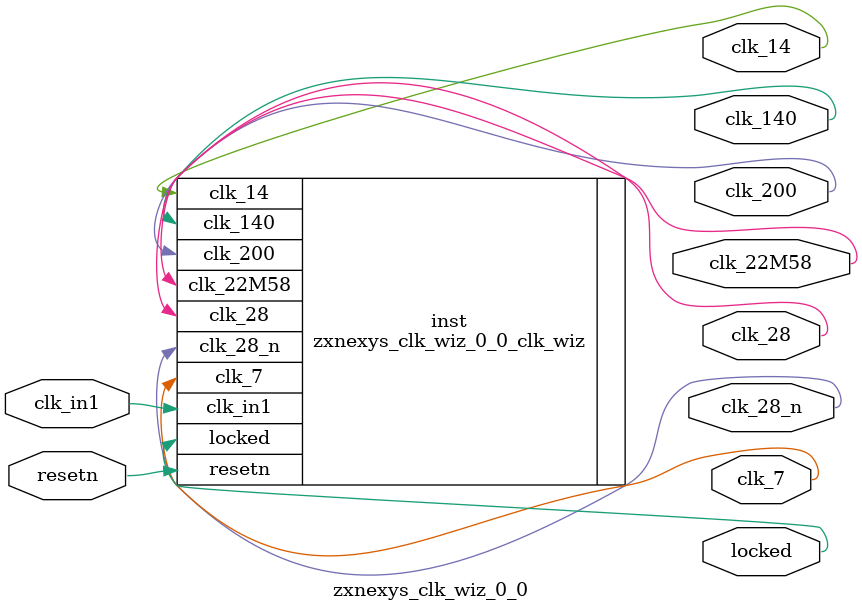
<source format=v>


`timescale 1ps/1ps

(* CORE_GENERATION_INFO = "zxnexys_clk_wiz_0_0,clk_wiz_v6_0_9_0_0,{component_name=zxnexys_clk_wiz_0_0,use_phase_alignment=true,use_min_o_jitter=false,use_max_i_jitter=false,use_dyn_phase_shift=false,use_inclk_switchover=false,use_dyn_reconfig=false,enable_axi=0,feedback_source=FDBK_AUTO,PRIMITIVE=MMCM,num_out_clk=7,clkin1_period=10.000,clkin2_period=10.000,use_power_down=false,use_reset=true,use_locked=true,use_inclk_stopped=false,feedback_type=SINGLE,CLOCK_MGR_TYPE=NA,manual_override=false}" *)

module zxnexys_clk_wiz_0_0 
 (
  // Clock out ports
  output        clk_200,
  output        clk_140,
  output        clk_28_n,
  output        clk_28,
  output        clk_14,
  output        clk_7,
  output        clk_22M58,
  // Status and control signals
  input         resetn,
  output        locked,
 // Clock in ports
  input         clk_in1
 );

  zxnexys_clk_wiz_0_0_clk_wiz inst
  (
  // Clock out ports  
  .clk_200(clk_200),
  .clk_140(clk_140),
  .clk_28_n(clk_28_n),
  .clk_28(clk_28),
  .clk_14(clk_14),
  .clk_7(clk_7),
  .clk_22M58(clk_22M58),
  // Status and control signals               
  .resetn(resetn), 
  .locked(locked),
 // Clock in ports
  .clk_in1(clk_in1)
  );

endmodule

</source>
